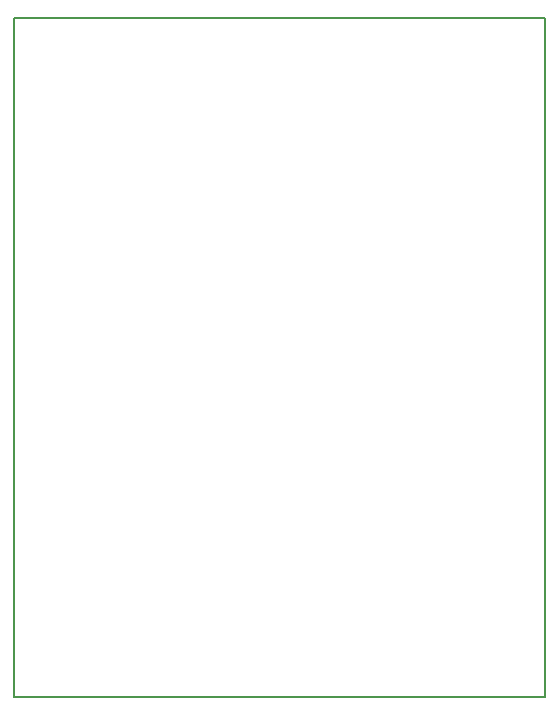
<source format=gbr>
G04 #@! TF.FileFunction,Profile,NP*
%FSLAX46Y46*%
G04 Gerber Fmt 4.6, Leading zero omitted, Abs format (unit mm)*
G04 Created by KiCad (PCBNEW 4.0.4-stable) date 07/27/17 22:09:25*
%MOMM*%
%LPD*%
G01*
G04 APERTURE LIST*
%ADD10C,0.100000*%
%ADD11C,0.150000*%
G04 APERTURE END LIST*
D10*
D11*
X127317500Y-72263000D02*
X125984000Y-72263000D01*
X127317500Y-129794000D02*
X127317500Y-72263000D01*
X123698000Y-129794000D02*
X127317500Y-129794000D01*
X119824500Y-129794000D02*
X123698000Y-129794000D01*
X82359500Y-129794000D02*
X119824500Y-129794000D01*
X82359500Y-72263000D02*
X82359500Y-129794000D01*
X125984000Y-72263000D02*
X82359500Y-72263000D01*
M02*

</source>
